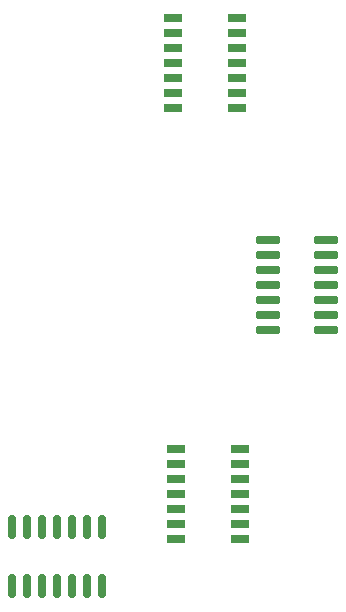
<source format=gbp>
G04 #@! TF.GenerationSoftware,KiCad,Pcbnew,(6.0.0)*
G04 #@! TF.CreationDate,2023-03-30T02:39:52-04:00*
G04 #@! TF.ProjectId,stroboscope_main_0v1,7374726f-626f-4736-936f-70655f6d6169,rev?*
G04 #@! TF.SameCoordinates,Original*
G04 #@! TF.FileFunction,Paste,Bot*
G04 #@! TF.FilePolarity,Positive*
%FSLAX46Y46*%
G04 Gerber Fmt 4.6, Leading zero omitted, Abs format (unit mm)*
G04 Created by KiCad (PCBNEW (6.0.0)) date 2023-03-30 02:39:52*
%MOMM*%
%LPD*%
G01*
G04 APERTURE LIST*
G04 Aperture macros list*
%AMRoundRect*
0 Rectangle with rounded corners*
0 $1 Rounding radius*
0 $2 $3 $4 $5 $6 $7 $8 $9 X,Y pos of 4 corners*
0 Add a 4 corners polygon primitive as box body*
4,1,4,$2,$3,$4,$5,$6,$7,$8,$9,$2,$3,0*
0 Add four circle primitives for the rounded corners*
1,1,$1+$1,$2,$3*
1,1,$1+$1,$4,$5*
1,1,$1+$1,$6,$7*
1,1,$1+$1,$8,$9*
0 Add four rect primitives between the rounded corners*
20,1,$1+$1,$2,$3,$4,$5,0*
20,1,$1+$1,$4,$5,$6,$7,0*
20,1,$1+$1,$6,$7,$8,$9,0*
20,1,$1+$1,$8,$9,$2,$3,0*%
G04 Aperture macros list end*
%ADD10RoundRect,0.150000X0.150000X-0.825000X0.150000X0.825000X-0.150000X0.825000X-0.150000X-0.825000X0*%
%ADD11R,1.525000X0.650000*%
%ADD12RoundRect,0.090000X0.895000X0.210000X-0.895000X0.210000X-0.895000X-0.210000X0.895000X-0.210000X0*%
G04 APERTURE END LIST*
D10*
X129438400Y-116114600D03*
X128168400Y-116114600D03*
X126898400Y-116114600D03*
X125628400Y-116114600D03*
X124358400Y-116114600D03*
X123088400Y-116114600D03*
X121818400Y-116114600D03*
X121818400Y-111164600D03*
X123088400Y-111164600D03*
X124358400Y-111164600D03*
X125628400Y-111164600D03*
X126898400Y-111164600D03*
X128168400Y-111164600D03*
X129438400Y-111164600D03*
D11*
X140888000Y-68021200D03*
X140888000Y-69291200D03*
X140888000Y-70561200D03*
X140888000Y-71831200D03*
X140888000Y-73101200D03*
X140888000Y-74371200D03*
X140888000Y-75641200D03*
X135464000Y-75641200D03*
X135464000Y-74371200D03*
X135464000Y-73101200D03*
X135464000Y-71831200D03*
X135464000Y-70561200D03*
X135464000Y-69291200D03*
X135464000Y-68021200D03*
D12*
X148423400Y-86817200D03*
X148423400Y-88087200D03*
X148423400Y-89357200D03*
X148423400Y-90627200D03*
X148423400Y-91897200D03*
X148423400Y-93167200D03*
X148423400Y-94437200D03*
X143473400Y-94437200D03*
X143473400Y-93167200D03*
X143473400Y-91897200D03*
X143473400Y-90627200D03*
X143473400Y-89357200D03*
X143473400Y-88087200D03*
X143473400Y-86817200D03*
D11*
X135718000Y-112141000D03*
X135718000Y-110871000D03*
X135718000Y-109601000D03*
X135718000Y-108331000D03*
X135718000Y-107061000D03*
X135718000Y-105791000D03*
X135718000Y-104521000D03*
X141142000Y-104521000D03*
X141142000Y-105791000D03*
X141142000Y-107061000D03*
X141142000Y-108331000D03*
X141142000Y-109601000D03*
X141142000Y-110871000D03*
X141142000Y-112141000D03*
M02*

</source>
